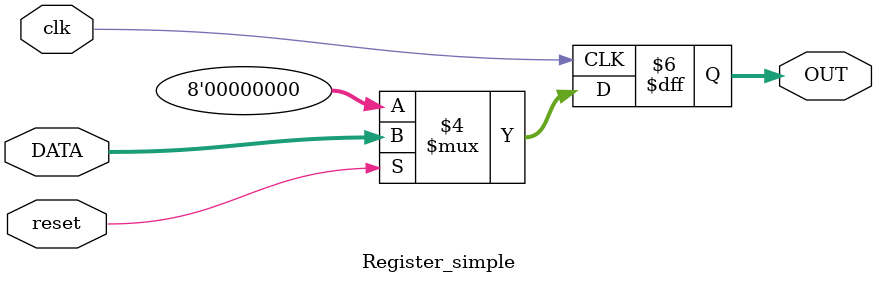
<source format=v>
module Register_simple #(
     parameter WIDTH=8)
    (
	  input  clk, reset,
	  input	[WIDTH-1:0] DATA,
	  output reg [WIDTH-1:0] OUT
    );
	 
always@(posedge clk) begin
	if(reset == 1'b1)
		OUT<=DATA;
	else	
		OUT<={WIDTH{1'b0}};
end
	 
endmodule	 
</source>
